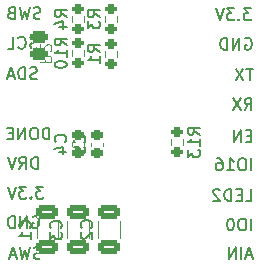
<source format=gbo>
G04 #@! TF.GenerationSoftware,KiCad,Pcbnew,7.0.7*
G04 #@! TF.CreationDate,2024-04-02T17:00:38-04:00*
G04 #@! TF.ProjectId,sensor_node,73656e73-6f72-45f6-9e6f-64652e6b6963,rev?*
G04 #@! TF.SameCoordinates,Original*
G04 #@! TF.FileFunction,Legend,Bot*
G04 #@! TF.FilePolarity,Positive*
%FSLAX46Y46*%
G04 Gerber Fmt 4.6, Leading zero omitted, Abs format (unit mm)*
G04 Created by KiCad (PCBNEW 7.0.7) date 2024-04-02 17:00:38*
%MOMM*%
%LPD*%
G01*
G04 APERTURE LIST*
G04 Aperture macros list*
%AMRoundRect*
0 Rectangle with rounded corners*
0 $1 Rounding radius*
0 $2 $3 $4 $5 $6 $7 $8 $9 X,Y pos of 4 corners*
0 Add a 4 corners polygon primitive as box body*
4,1,4,$2,$3,$4,$5,$6,$7,$8,$9,$2,$3,0*
0 Add four circle primitives for the rounded corners*
1,1,$1+$1,$2,$3*
1,1,$1+$1,$4,$5*
1,1,$1+$1,$6,$7*
1,1,$1+$1,$8,$9*
0 Add four rect primitives between the rounded corners*
20,1,$1+$1,$2,$3,$4,$5,0*
20,1,$1+$1,$4,$5,$6,$7,0*
20,1,$1+$1,$6,$7,$8,$9,0*
20,1,$1+$1,$8,$9,$2,$3,0*%
G04 Aperture macros list end*
%ADD10C,0.150000*%
%ADD11C,0.100000*%
%ADD12C,0.120000*%
%ADD13R,1.700000X1.700000*%
%ADD14O,1.700000X1.700000*%
%ADD15RoundRect,0.200000X-0.275000X0.200000X-0.275000X-0.200000X0.275000X-0.200000X0.275000X0.200000X0*%
%ADD16RoundRect,0.225000X-0.250000X0.225000X-0.250000X-0.225000X0.250000X-0.225000X0.250000X0.225000X0*%
%ADD17RoundRect,0.250000X-0.650000X0.325000X-0.650000X-0.325000X0.650000X-0.325000X0.650000X0.325000X0*%
%ADD18RoundRect,0.200000X0.275000X-0.200000X0.275000X0.200000X-0.275000X0.200000X-0.275000X-0.200000X0*%
%ADD19RoundRect,0.250000X0.500000X-0.250000X0.500000X0.250000X-0.500000X0.250000X-0.500000X-0.250000X0*%
G04 APERTURE END LIST*
D10*
X140939411Y-77817438D02*
X141034649Y-77769819D01*
X141034649Y-77769819D02*
X141177506Y-77769819D01*
X141177506Y-77769819D02*
X141320363Y-77817438D01*
X141320363Y-77817438D02*
X141415601Y-77912676D01*
X141415601Y-77912676D02*
X141463220Y-78007914D01*
X141463220Y-78007914D02*
X141510839Y-78198390D01*
X141510839Y-78198390D02*
X141510839Y-78341247D01*
X141510839Y-78341247D02*
X141463220Y-78531723D01*
X141463220Y-78531723D02*
X141415601Y-78626961D01*
X141415601Y-78626961D02*
X141320363Y-78722200D01*
X141320363Y-78722200D02*
X141177506Y-78769819D01*
X141177506Y-78769819D02*
X141082268Y-78769819D01*
X141082268Y-78769819D02*
X140939411Y-78722200D01*
X140939411Y-78722200D02*
X140891792Y-78674580D01*
X140891792Y-78674580D02*
X140891792Y-78341247D01*
X140891792Y-78341247D02*
X141082268Y-78341247D01*
X140463220Y-78769819D02*
X140463220Y-77769819D01*
X140463220Y-77769819D02*
X139891792Y-78769819D01*
X139891792Y-78769819D02*
X139891792Y-77769819D01*
X139415601Y-78769819D02*
X139415601Y-77769819D01*
X139415601Y-77769819D02*
X139177506Y-77769819D01*
X139177506Y-77769819D02*
X139034649Y-77817438D01*
X139034649Y-77817438D02*
X138939411Y-77912676D01*
X138939411Y-77912676D02*
X138891792Y-78007914D01*
X138891792Y-78007914D02*
X138844173Y-78198390D01*
X138844173Y-78198390D02*
X138844173Y-78341247D01*
X138844173Y-78341247D02*
X138891792Y-78531723D01*
X138891792Y-78531723D02*
X138939411Y-78626961D01*
X138939411Y-78626961D02*
X139034649Y-78722200D01*
X139034649Y-78722200D02*
X139177506Y-78769819D01*
X139177506Y-78769819D02*
X139415601Y-78769819D01*
X142363220Y-71269819D02*
X142363220Y-70269819D01*
X142363220Y-70269819D02*
X142125125Y-70269819D01*
X142125125Y-70269819D02*
X141982268Y-70317438D01*
X141982268Y-70317438D02*
X141887030Y-70412676D01*
X141887030Y-70412676D02*
X141839411Y-70507914D01*
X141839411Y-70507914D02*
X141791792Y-70698390D01*
X141791792Y-70698390D02*
X141791792Y-70841247D01*
X141791792Y-70841247D02*
X141839411Y-71031723D01*
X141839411Y-71031723D02*
X141887030Y-71126961D01*
X141887030Y-71126961D02*
X141982268Y-71222200D01*
X141982268Y-71222200D02*
X142125125Y-71269819D01*
X142125125Y-71269819D02*
X142363220Y-71269819D01*
X141172744Y-70269819D02*
X140982268Y-70269819D01*
X140982268Y-70269819D02*
X140887030Y-70317438D01*
X140887030Y-70317438D02*
X140791792Y-70412676D01*
X140791792Y-70412676D02*
X140744173Y-70603152D01*
X140744173Y-70603152D02*
X140744173Y-70936485D01*
X140744173Y-70936485D02*
X140791792Y-71126961D01*
X140791792Y-71126961D02*
X140887030Y-71222200D01*
X140887030Y-71222200D02*
X140982268Y-71269819D01*
X140982268Y-71269819D02*
X141172744Y-71269819D01*
X141172744Y-71269819D02*
X141267982Y-71222200D01*
X141267982Y-71222200D02*
X141363220Y-71126961D01*
X141363220Y-71126961D02*
X141410839Y-70936485D01*
X141410839Y-70936485D02*
X141410839Y-70603152D01*
X141410839Y-70603152D02*
X141363220Y-70412676D01*
X141363220Y-70412676D02*
X141267982Y-70317438D01*
X141267982Y-70317438D02*
X141172744Y-70269819D01*
X140315601Y-71269819D02*
X140315601Y-70269819D01*
X140315601Y-70269819D02*
X139744173Y-71269819D01*
X139744173Y-71269819D02*
X139744173Y-70269819D01*
X139267982Y-70746009D02*
X138934649Y-70746009D01*
X138791792Y-71269819D02*
X139267982Y-71269819D01*
X139267982Y-71269819D02*
X139267982Y-70269819D01*
X139267982Y-70269819D02*
X138791792Y-70269819D01*
X158939411Y-62717438D02*
X159034649Y-62669819D01*
X159034649Y-62669819D02*
X159177506Y-62669819D01*
X159177506Y-62669819D02*
X159320363Y-62717438D01*
X159320363Y-62717438D02*
X159415601Y-62812676D01*
X159415601Y-62812676D02*
X159463220Y-62907914D01*
X159463220Y-62907914D02*
X159510839Y-63098390D01*
X159510839Y-63098390D02*
X159510839Y-63241247D01*
X159510839Y-63241247D02*
X159463220Y-63431723D01*
X159463220Y-63431723D02*
X159415601Y-63526961D01*
X159415601Y-63526961D02*
X159320363Y-63622200D01*
X159320363Y-63622200D02*
X159177506Y-63669819D01*
X159177506Y-63669819D02*
X159082268Y-63669819D01*
X159082268Y-63669819D02*
X158939411Y-63622200D01*
X158939411Y-63622200D02*
X158891792Y-63574580D01*
X158891792Y-63574580D02*
X158891792Y-63241247D01*
X158891792Y-63241247D02*
X159082268Y-63241247D01*
X158463220Y-63669819D02*
X158463220Y-62669819D01*
X158463220Y-62669819D02*
X157891792Y-63669819D01*
X157891792Y-63669819D02*
X157891792Y-62669819D01*
X157415601Y-63669819D02*
X157415601Y-62669819D01*
X157415601Y-62669819D02*
X157177506Y-62669819D01*
X157177506Y-62669819D02*
X157034649Y-62717438D01*
X157034649Y-62717438D02*
X156939411Y-62812676D01*
X156939411Y-62812676D02*
X156891792Y-62907914D01*
X156891792Y-62907914D02*
X156844173Y-63098390D01*
X156844173Y-63098390D02*
X156844173Y-63241247D01*
X156844173Y-63241247D02*
X156891792Y-63431723D01*
X156891792Y-63431723D02*
X156939411Y-63526961D01*
X156939411Y-63526961D02*
X157034649Y-63622200D01*
X157034649Y-63622200D02*
X157177506Y-63669819D01*
X157177506Y-63669819D02*
X157415601Y-63669819D01*
X158987030Y-76469819D02*
X159463220Y-76469819D01*
X159463220Y-76469819D02*
X159463220Y-75469819D01*
X158653696Y-75946009D02*
X158320363Y-75946009D01*
X158177506Y-76469819D02*
X158653696Y-76469819D01*
X158653696Y-76469819D02*
X158653696Y-75469819D01*
X158653696Y-75469819D02*
X158177506Y-75469819D01*
X157748934Y-76469819D02*
X157748934Y-75469819D01*
X157748934Y-75469819D02*
X157510839Y-75469819D01*
X157510839Y-75469819D02*
X157367982Y-75517438D01*
X157367982Y-75517438D02*
X157272744Y-75612676D01*
X157272744Y-75612676D02*
X157225125Y-75707914D01*
X157225125Y-75707914D02*
X157177506Y-75898390D01*
X157177506Y-75898390D02*
X157177506Y-76041247D01*
X157177506Y-76041247D02*
X157225125Y-76231723D01*
X157225125Y-76231723D02*
X157272744Y-76326961D01*
X157272744Y-76326961D02*
X157367982Y-76422200D01*
X157367982Y-76422200D02*
X157510839Y-76469819D01*
X157510839Y-76469819D02*
X157748934Y-76469819D01*
X156796553Y-75565057D02*
X156748934Y-75517438D01*
X156748934Y-75517438D02*
X156653696Y-75469819D01*
X156653696Y-75469819D02*
X156415601Y-75469819D01*
X156415601Y-75469819D02*
X156320363Y-75517438D01*
X156320363Y-75517438D02*
X156272744Y-75565057D01*
X156272744Y-75565057D02*
X156225125Y-75660295D01*
X156225125Y-75660295D02*
X156225125Y-75755533D01*
X156225125Y-75755533D02*
X156272744Y-75898390D01*
X156272744Y-75898390D02*
X156844172Y-76469819D01*
X156844172Y-76469819D02*
X156225125Y-76469819D01*
X159463220Y-70946009D02*
X159129887Y-70946009D01*
X158987030Y-71469819D02*
X159463220Y-71469819D01*
X159463220Y-71469819D02*
X159463220Y-70469819D01*
X159463220Y-70469819D02*
X158987030Y-70469819D01*
X158558458Y-71469819D02*
X158558458Y-70469819D01*
X158558458Y-70469819D02*
X157987030Y-71469819D01*
X157987030Y-71469819D02*
X157987030Y-70469819D01*
X159463220Y-73869819D02*
X159463220Y-72869819D01*
X158796554Y-72869819D02*
X158606078Y-72869819D01*
X158606078Y-72869819D02*
X158510840Y-72917438D01*
X158510840Y-72917438D02*
X158415602Y-73012676D01*
X158415602Y-73012676D02*
X158367983Y-73203152D01*
X158367983Y-73203152D02*
X158367983Y-73536485D01*
X158367983Y-73536485D02*
X158415602Y-73726961D01*
X158415602Y-73726961D02*
X158510840Y-73822200D01*
X158510840Y-73822200D02*
X158606078Y-73869819D01*
X158606078Y-73869819D02*
X158796554Y-73869819D01*
X158796554Y-73869819D02*
X158891792Y-73822200D01*
X158891792Y-73822200D02*
X158987030Y-73726961D01*
X158987030Y-73726961D02*
X159034649Y-73536485D01*
X159034649Y-73536485D02*
X159034649Y-73203152D01*
X159034649Y-73203152D02*
X158987030Y-73012676D01*
X158987030Y-73012676D02*
X158891792Y-72917438D01*
X158891792Y-72917438D02*
X158796554Y-72869819D01*
X157415602Y-73869819D02*
X157987030Y-73869819D01*
X157701316Y-73869819D02*
X157701316Y-72869819D01*
X157701316Y-72869819D02*
X157796554Y-73012676D01*
X157796554Y-73012676D02*
X157891792Y-73107914D01*
X157891792Y-73107914D02*
X157987030Y-73155533D01*
X156558459Y-72869819D02*
X156748935Y-72869819D01*
X156748935Y-72869819D02*
X156844173Y-72917438D01*
X156844173Y-72917438D02*
X156891792Y-72965057D01*
X156891792Y-72965057D02*
X156987030Y-73107914D01*
X156987030Y-73107914D02*
X157034649Y-73298390D01*
X157034649Y-73298390D02*
X157034649Y-73679342D01*
X157034649Y-73679342D02*
X156987030Y-73774580D01*
X156987030Y-73774580D02*
X156939411Y-73822200D01*
X156939411Y-73822200D02*
X156844173Y-73869819D01*
X156844173Y-73869819D02*
X156653697Y-73869819D01*
X156653697Y-73869819D02*
X156558459Y-73822200D01*
X156558459Y-73822200D02*
X156510840Y-73774580D01*
X156510840Y-73774580D02*
X156463221Y-73679342D01*
X156463221Y-73679342D02*
X156463221Y-73441247D01*
X156463221Y-73441247D02*
X156510840Y-73346009D01*
X156510840Y-73346009D02*
X156558459Y-73298390D01*
X156558459Y-73298390D02*
X156653697Y-73250771D01*
X156653697Y-73250771D02*
X156844173Y-73250771D01*
X156844173Y-73250771D02*
X156939411Y-73298390D01*
X156939411Y-73298390D02*
X156987030Y-73346009D01*
X156987030Y-73346009D02*
X157034649Y-73441247D01*
X159463220Y-78969819D02*
X159463220Y-77969819D01*
X158796554Y-77969819D02*
X158606078Y-77969819D01*
X158606078Y-77969819D02*
X158510840Y-78017438D01*
X158510840Y-78017438D02*
X158415602Y-78112676D01*
X158415602Y-78112676D02*
X158367983Y-78303152D01*
X158367983Y-78303152D02*
X158367983Y-78636485D01*
X158367983Y-78636485D02*
X158415602Y-78826961D01*
X158415602Y-78826961D02*
X158510840Y-78922200D01*
X158510840Y-78922200D02*
X158606078Y-78969819D01*
X158606078Y-78969819D02*
X158796554Y-78969819D01*
X158796554Y-78969819D02*
X158891792Y-78922200D01*
X158891792Y-78922200D02*
X158987030Y-78826961D01*
X158987030Y-78826961D02*
X159034649Y-78636485D01*
X159034649Y-78636485D02*
X159034649Y-78303152D01*
X159034649Y-78303152D02*
X158987030Y-78112676D01*
X158987030Y-78112676D02*
X158891792Y-78017438D01*
X158891792Y-78017438D02*
X158796554Y-77969819D01*
X157748935Y-77969819D02*
X157653697Y-77969819D01*
X157653697Y-77969819D02*
X157558459Y-78017438D01*
X157558459Y-78017438D02*
X157510840Y-78065057D01*
X157510840Y-78065057D02*
X157463221Y-78160295D01*
X157463221Y-78160295D02*
X157415602Y-78350771D01*
X157415602Y-78350771D02*
X157415602Y-78588866D01*
X157415602Y-78588866D02*
X157463221Y-78779342D01*
X157463221Y-78779342D02*
X157510840Y-78874580D01*
X157510840Y-78874580D02*
X157558459Y-78922200D01*
X157558459Y-78922200D02*
X157653697Y-78969819D01*
X157653697Y-78969819D02*
X157748935Y-78969819D01*
X157748935Y-78969819D02*
X157844173Y-78922200D01*
X157844173Y-78922200D02*
X157891792Y-78874580D01*
X157891792Y-78874580D02*
X157939411Y-78779342D01*
X157939411Y-78779342D02*
X157987030Y-78588866D01*
X157987030Y-78588866D02*
X157987030Y-78350771D01*
X157987030Y-78350771D02*
X157939411Y-78160295D01*
X157939411Y-78160295D02*
X157891792Y-78065057D01*
X157891792Y-78065057D02*
X157844173Y-78017438D01*
X157844173Y-78017438D02*
X157748935Y-77969819D01*
X141858458Y-75269819D02*
X141239411Y-75269819D01*
X141239411Y-75269819D02*
X141572744Y-75650771D01*
X141572744Y-75650771D02*
X141429887Y-75650771D01*
X141429887Y-75650771D02*
X141334649Y-75698390D01*
X141334649Y-75698390D02*
X141287030Y-75746009D01*
X141287030Y-75746009D02*
X141239411Y-75841247D01*
X141239411Y-75841247D02*
X141239411Y-76079342D01*
X141239411Y-76079342D02*
X141287030Y-76174580D01*
X141287030Y-76174580D02*
X141334649Y-76222200D01*
X141334649Y-76222200D02*
X141429887Y-76269819D01*
X141429887Y-76269819D02*
X141715601Y-76269819D01*
X141715601Y-76269819D02*
X141810839Y-76222200D01*
X141810839Y-76222200D02*
X141858458Y-76174580D01*
X140810839Y-76174580D02*
X140763220Y-76222200D01*
X140763220Y-76222200D02*
X140810839Y-76269819D01*
X140810839Y-76269819D02*
X140858458Y-76222200D01*
X140858458Y-76222200D02*
X140810839Y-76174580D01*
X140810839Y-76174580D02*
X140810839Y-76269819D01*
X140429887Y-75269819D02*
X139810840Y-75269819D01*
X139810840Y-75269819D02*
X140144173Y-75650771D01*
X140144173Y-75650771D02*
X140001316Y-75650771D01*
X140001316Y-75650771D02*
X139906078Y-75698390D01*
X139906078Y-75698390D02*
X139858459Y-75746009D01*
X139858459Y-75746009D02*
X139810840Y-75841247D01*
X139810840Y-75841247D02*
X139810840Y-76079342D01*
X139810840Y-76079342D02*
X139858459Y-76174580D01*
X139858459Y-76174580D02*
X139906078Y-76222200D01*
X139906078Y-76222200D02*
X140001316Y-76269819D01*
X140001316Y-76269819D02*
X140287030Y-76269819D01*
X140287030Y-76269819D02*
X140382268Y-76222200D01*
X140382268Y-76222200D02*
X140429887Y-76174580D01*
X139525125Y-75269819D02*
X139191792Y-76269819D01*
X139191792Y-76269819D02*
X138858459Y-75269819D01*
X141310839Y-66122200D02*
X141167982Y-66169819D01*
X141167982Y-66169819D02*
X140929887Y-66169819D01*
X140929887Y-66169819D02*
X140834649Y-66122200D01*
X140834649Y-66122200D02*
X140787030Y-66074580D01*
X140787030Y-66074580D02*
X140739411Y-65979342D01*
X140739411Y-65979342D02*
X140739411Y-65884104D01*
X140739411Y-65884104D02*
X140787030Y-65788866D01*
X140787030Y-65788866D02*
X140834649Y-65741247D01*
X140834649Y-65741247D02*
X140929887Y-65693628D01*
X140929887Y-65693628D02*
X141120363Y-65646009D01*
X141120363Y-65646009D02*
X141215601Y-65598390D01*
X141215601Y-65598390D02*
X141263220Y-65550771D01*
X141263220Y-65550771D02*
X141310839Y-65455533D01*
X141310839Y-65455533D02*
X141310839Y-65360295D01*
X141310839Y-65360295D02*
X141263220Y-65265057D01*
X141263220Y-65265057D02*
X141215601Y-65217438D01*
X141215601Y-65217438D02*
X141120363Y-65169819D01*
X141120363Y-65169819D02*
X140882268Y-65169819D01*
X140882268Y-65169819D02*
X140739411Y-65217438D01*
X140310839Y-66169819D02*
X140310839Y-65169819D01*
X140310839Y-65169819D02*
X140072744Y-65169819D01*
X140072744Y-65169819D02*
X139929887Y-65217438D01*
X139929887Y-65217438D02*
X139834649Y-65312676D01*
X139834649Y-65312676D02*
X139787030Y-65407914D01*
X139787030Y-65407914D02*
X139739411Y-65598390D01*
X139739411Y-65598390D02*
X139739411Y-65741247D01*
X139739411Y-65741247D02*
X139787030Y-65931723D01*
X139787030Y-65931723D02*
X139834649Y-66026961D01*
X139834649Y-66026961D02*
X139929887Y-66122200D01*
X139929887Y-66122200D02*
X140072744Y-66169819D01*
X140072744Y-66169819D02*
X140310839Y-66169819D01*
X139358458Y-65884104D02*
X138882268Y-65884104D01*
X139453696Y-66169819D02*
X139120363Y-65169819D01*
X139120363Y-65169819D02*
X138787030Y-66169819D01*
X141310839Y-63522200D02*
X141167982Y-63569819D01*
X141167982Y-63569819D02*
X140929887Y-63569819D01*
X140929887Y-63569819D02*
X140834649Y-63522200D01*
X140834649Y-63522200D02*
X140787030Y-63474580D01*
X140787030Y-63474580D02*
X140739411Y-63379342D01*
X140739411Y-63379342D02*
X140739411Y-63284104D01*
X140739411Y-63284104D02*
X140787030Y-63188866D01*
X140787030Y-63188866D02*
X140834649Y-63141247D01*
X140834649Y-63141247D02*
X140929887Y-63093628D01*
X140929887Y-63093628D02*
X141120363Y-63046009D01*
X141120363Y-63046009D02*
X141215601Y-62998390D01*
X141215601Y-62998390D02*
X141263220Y-62950771D01*
X141263220Y-62950771D02*
X141310839Y-62855533D01*
X141310839Y-62855533D02*
X141310839Y-62760295D01*
X141310839Y-62760295D02*
X141263220Y-62665057D01*
X141263220Y-62665057D02*
X141215601Y-62617438D01*
X141215601Y-62617438D02*
X141120363Y-62569819D01*
X141120363Y-62569819D02*
X140882268Y-62569819D01*
X140882268Y-62569819D02*
X140739411Y-62617438D01*
X139739411Y-63474580D02*
X139787030Y-63522200D01*
X139787030Y-63522200D02*
X139929887Y-63569819D01*
X139929887Y-63569819D02*
X140025125Y-63569819D01*
X140025125Y-63569819D02*
X140167982Y-63522200D01*
X140167982Y-63522200D02*
X140263220Y-63426961D01*
X140263220Y-63426961D02*
X140310839Y-63331723D01*
X140310839Y-63331723D02*
X140358458Y-63141247D01*
X140358458Y-63141247D02*
X140358458Y-62998390D01*
X140358458Y-62998390D02*
X140310839Y-62807914D01*
X140310839Y-62807914D02*
X140263220Y-62712676D01*
X140263220Y-62712676D02*
X140167982Y-62617438D01*
X140167982Y-62617438D02*
X140025125Y-62569819D01*
X140025125Y-62569819D02*
X139929887Y-62569819D01*
X139929887Y-62569819D02*
X139787030Y-62617438D01*
X139787030Y-62617438D02*
X139739411Y-62665057D01*
X138834649Y-63569819D02*
X139310839Y-63569819D01*
X139310839Y-63569819D02*
X139310839Y-62569819D01*
X159510839Y-81084104D02*
X159034649Y-81084104D01*
X159606077Y-81369819D02*
X159272744Y-80369819D01*
X159272744Y-80369819D02*
X158939411Y-81369819D01*
X158606077Y-81369819D02*
X158606077Y-80369819D01*
X158129887Y-81369819D02*
X158129887Y-80369819D01*
X158129887Y-80369819D02*
X157558459Y-81369819D01*
X157558459Y-81369819D02*
X157558459Y-80369819D01*
X159606077Y-65269819D02*
X159034649Y-65269819D01*
X159320363Y-66269819D02*
X159320363Y-65269819D01*
X158796553Y-65269819D02*
X158129887Y-66269819D01*
X158129887Y-65269819D02*
X158796553Y-66269819D01*
X159458458Y-60169819D02*
X158839411Y-60169819D01*
X158839411Y-60169819D02*
X159172744Y-60550771D01*
X159172744Y-60550771D02*
X159029887Y-60550771D01*
X159029887Y-60550771D02*
X158934649Y-60598390D01*
X158934649Y-60598390D02*
X158887030Y-60646009D01*
X158887030Y-60646009D02*
X158839411Y-60741247D01*
X158839411Y-60741247D02*
X158839411Y-60979342D01*
X158839411Y-60979342D02*
X158887030Y-61074580D01*
X158887030Y-61074580D02*
X158934649Y-61122200D01*
X158934649Y-61122200D02*
X159029887Y-61169819D01*
X159029887Y-61169819D02*
X159315601Y-61169819D01*
X159315601Y-61169819D02*
X159410839Y-61122200D01*
X159410839Y-61122200D02*
X159458458Y-61074580D01*
X158410839Y-61074580D02*
X158363220Y-61122200D01*
X158363220Y-61122200D02*
X158410839Y-61169819D01*
X158410839Y-61169819D02*
X158458458Y-61122200D01*
X158458458Y-61122200D02*
X158410839Y-61074580D01*
X158410839Y-61074580D02*
X158410839Y-61169819D01*
X158029887Y-60169819D02*
X157410840Y-60169819D01*
X157410840Y-60169819D02*
X157744173Y-60550771D01*
X157744173Y-60550771D02*
X157601316Y-60550771D01*
X157601316Y-60550771D02*
X157506078Y-60598390D01*
X157506078Y-60598390D02*
X157458459Y-60646009D01*
X157458459Y-60646009D02*
X157410840Y-60741247D01*
X157410840Y-60741247D02*
X157410840Y-60979342D01*
X157410840Y-60979342D02*
X157458459Y-61074580D01*
X157458459Y-61074580D02*
X157506078Y-61122200D01*
X157506078Y-61122200D02*
X157601316Y-61169819D01*
X157601316Y-61169819D02*
X157887030Y-61169819D01*
X157887030Y-61169819D02*
X157982268Y-61122200D01*
X157982268Y-61122200D02*
X158029887Y-61074580D01*
X157125125Y-60169819D02*
X156791792Y-61169819D01*
X156791792Y-61169819D02*
X156458459Y-60169819D01*
X158891792Y-68769819D02*
X159225125Y-68293628D01*
X159463220Y-68769819D02*
X159463220Y-67769819D01*
X159463220Y-67769819D02*
X159082268Y-67769819D01*
X159082268Y-67769819D02*
X158987030Y-67817438D01*
X158987030Y-67817438D02*
X158939411Y-67865057D01*
X158939411Y-67865057D02*
X158891792Y-67960295D01*
X158891792Y-67960295D02*
X158891792Y-68103152D01*
X158891792Y-68103152D02*
X158939411Y-68198390D01*
X158939411Y-68198390D02*
X158987030Y-68246009D01*
X158987030Y-68246009D02*
X159082268Y-68293628D01*
X159082268Y-68293628D02*
X159463220Y-68293628D01*
X158558458Y-67769819D02*
X157891792Y-68769819D01*
X157891792Y-67769819D02*
X158558458Y-68769819D01*
X141610839Y-61022200D02*
X141467982Y-61069819D01*
X141467982Y-61069819D02*
X141229887Y-61069819D01*
X141229887Y-61069819D02*
X141134649Y-61022200D01*
X141134649Y-61022200D02*
X141087030Y-60974580D01*
X141087030Y-60974580D02*
X141039411Y-60879342D01*
X141039411Y-60879342D02*
X141039411Y-60784104D01*
X141039411Y-60784104D02*
X141087030Y-60688866D01*
X141087030Y-60688866D02*
X141134649Y-60641247D01*
X141134649Y-60641247D02*
X141229887Y-60593628D01*
X141229887Y-60593628D02*
X141420363Y-60546009D01*
X141420363Y-60546009D02*
X141515601Y-60498390D01*
X141515601Y-60498390D02*
X141563220Y-60450771D01*
X141563220Y-60450771D02*
X141610839Y-60355533D01*
X141610839Y-60355533D02*
X141610839Y-60260295D01*
X141610839Y-60260295D02*
X141563220Y-60165057D01*
X141563220Y-60165057D02*
X141515601Y-60117438D01*
X141515601Y-60117438D02*
X141420363Y-60069819D01*
X141420363Y-60069819D02*
X141182268Y-60069819D01*
X141182268Y-60069819D02*
X141039411Y-60117438D01*
X140706077Y-60069819D02*
X140467982Y-61069819D01*
X140467982Y-61069819D02*
X140277506Y-60355533D01*
X140277506Y-60355533D02*
X140087030Y-61069819D01*
X140087030Y-61069819D02*
X139848935Y-60069819D01*
X139134649Y-60546009D02*
X138991792Y-60593628D01*
X138991792Y-60593628D02*
X138944173Y-60641247D01*
X138944173Y-60641247D02*
X138896554Y-60736485D01*
X138896554Y-60736485D02*
X138896554Y-60879342D01*
X138896554Y-60879342D02*
X138944173Y-60974580D01*
X138944173Y-60974580D02*
X138991792Y-61022200D01*
X138991792Y-61022200D02*
X139087030Y-61069819D01*
X139087030Y-61069819D02*
X139467982Y-61069819D01*
X139467982Y-61069819D02*
X139467982Y-60069819D01*
X139467982Y-60069819D02*
X139134649Y-60069819D01*
X139134649Y-60069819D02*
X139039411Y-60117438D01*
X139039411Y-60117438D02*
X138991792Y-60165057D01*
X138991792Y-60165057D02*
X138944173Y-60260295D01*
X138944173Y-60260295D02*
X138944173Y-60355533D01*
X138944173Y-60355533D02*
X138991792Y-60450771D01*
X138991792Y-60450771D02*
X139039411Y-60498390D01*
X139039411Y-60498390D02*
X139134649Y-60546009D01*
X139134649Y-60546009D02*
X139467982Y-60546009D01*
X141610839Y-81322200D02*
X141467982Y-81369819D01*
X141467982Y-81369819D02*
X141229887Y-81369819D01*
X141229887Y-81369819D02*
X141134649Y-81322200D01*
X141134649Y-81322200D02*
X141087030Y-81274580D01*
X141087030Y-81274580D02*
X141039411Y-81179342D01*
X141039411Y-81179342D02*
X141039411Y-81084104D01*
X141039411Y-81084104D02*
X141087030Y-80988866D01*
X141087030Y-80988866D02*
X141134649Y-80941247D01*
X141134649Y-80941247D02*
X141229887Y-80893628D01*
X141229887Y-80893628D02*
X141420363Y-80846009D01*
X141420363Y-80846009D02*
X141515601Y-80798390D01*
X141515601Y-80798390D02*
X141563220Y-80750771D01*
X141563220Y-80750771D02*
X141610839Y-80655533D01*
X141610839Y-80655533D02*
X141610839Y-80560295D01*
X141610839Y-80560295D02*
X141563220Y-80465057D01*
X141563220Y-80465057D02*
X141515601Y-80417438D01*
X141515601Y-80417438D02*
X141420363Y-80369819D01*
X141420363Y-80369819D02*
X141182268Y-80369819D01*
X141182268Y-80369819D02*
X141039411Y-80417438D01*
X140706077Y-80369819D02*
X140467982Y-81369819D01*
X140467982Y-81369819D02*
X140277506Y-80655533D01*
X140277506Y-80655533D02*
X140087030Y-81369819D01*
X140087030Y-81369819D02*
X139848935Y-80369819D01*
X139515601Y-81084104D02*
X139039411Y-81084104D01*
X139610839Y-81369819D02*
X139277506Y-80369819D01*
X139277506Y-80369819D02*
X138944173Y-81369819D01*
X141363220Y-73769819D02*
X141363220Y-72769819D01*
X141363220Y-72769819D02*
X141125125Y-72769819D01*
X141125125Y-72769819D02*
X140982268Y-72817438D01*
X140982268Y-72817438D02*
X140887030Y-72912676D01*
X140887030Y-72912676D02*
X140839411Y-73007914D01*
X140839411Y-73007914D02*
X140791792Y-73198390D01*
X140791792Y-73198390D02*
X140791792Y-73341247D01*
X140791792Y-73341247D02*
X140839411Y-73531723D01*
X140839411Y-73531723D02*
X140887030Y-73626961D01*
X140887030Y-73626961D02*
X140982268Y-73722200D01*
X140982268Y-73722200D02*
X141125125Y-73769819D01*
X141125125Y-73769819D02*
X141363220Y-73769819D01*
X139791792Y-73769819D02*
X140125125Y-73293628D01*
X140363220Y-73769819D02*
X140363220Y-72769819D01*
X140363220Y-72769819D02*
X139982268Y-72769819D01*
X139982268Y-72769819D02*
X139887030Y-72817438D01*
X139887030Y-72817438D02*
X139839411Y-72865057D01*
X139839411Y-72865057D02*
X139791792Y-72960295D01*
X139791792Y-72960295D02*
X139791792Y-73103152D01*
X139791792Y-73103152D02*
X139839411Y-73198390D01*
X139839411Y-73198390D02*
X139887030Y-73246009D01*
X139887030Y-73246009D02*
X139982268Y-73293628D01*
X139982268Y-73293628D02*
X140363220Y-73293628D01*
X139506077Y-72769819D02*
X139172744Y-73769819D01*
X139172744Y-73769819D02*
X138839411Y-72769819D01*
X143824819Y-63307141D02*
X143348628Y-62973808D01*
X143824819Y-62735713D02*
X142824819Y-62735713D01*
X142824819Y-62735713D02*
X142824819Y-63116665D01*
X142824819Y-63116665D02*
X142872438Y-63211903D01*
X142872438Y-63211903D02*
X142920057Y-63259522D01*
X142920057Y-63259522D02*
X143015295Y-63307141D01*
X143015295Y-63307141D02*
X143158152Y-63307141D01*
X143158152Y-63307141D02*
X143253390Y-63259522D01*
X143253390Y-63259522D02*
X143301009Y-63211903D01*
X143301009Y-63211903D02*
X143348628Y-63116665D01*
X143348628Y-63116665D02*
X143348628Y-62735713D01*
X143824819Y-64259522D02*
X143824819Y-63688094D01*
X143824819Y-63973808D02*
X142824819Y-63973808D01*
X142824819Y-63973808D02*
X142967676Y-63878570D01*
X142967676Y-63878570D02*
X143062914Y-63783332D01*
X143062914Y-63783332D02*
X143110533Y-63688094D01*
X142824819Y-64878570D02*
X142824819Y-64973808D01*
X142824819Y-64973808D02*
X142872438Y-65069046D01*
X142872438Y-65069046D02*
X142920057Y-65116665D01*
X142920057Y-65116665D02*
X143015295Y-65164284D01*
X143015295Y-65164284D02*
X143205771Y-65211903D01*
X143205771Y-65211903D02*
X143443866Y-65211903D01*
X143443866Y-65211903D02*
X143634342Y-65164284D01*
X143634342Y-65164284D02*
X143729580Y-65116665D01*
X143729580Y-65116665D02*
X143777200Y-65069046D01*
X143777200Y-65069046D02*
X143824819Y-64973808D01*
X143824819Y-64973808D02*
X143824819Y-64878570D01*
X143824819Y-64878570D02*
X143777200Y-64783332D01*
X143777200Y-64783332D02*
X143729580Y-64735713D01*
X143729580Y-64735713D02*
X143634342Y-64688094D01*
X143634342Y-64688094D02*
X143443866Y-64640475D01*
X143443866Y-64640475D02*
X143205771Y-64640475D01*
X143205771Y-64640475D02*
X143015295Y-64688094D01*
X143015295Y-64688094D02*
X142920057Y-64735713D01*
X142920057Y-64735713D02*
X142872438Y-64783332D01*
X142872438Y-64783332D02*
X142824819Y-64878570D01*
X145329580Y-71508333D02*
X145377200Y-71460714D01*
X145377200Y-71460714D02*
X145424819Y-71317857D01*
X145424819Y-71317857D02*
X145424819Y-71222619D01*
X145424819Y-71222619D02*
X145377200Y-71079762D01*
X145377200Y-71079762D02*
X145281961Y-70984524D01*
X145281961Y-70984524D02*
X145186723Y-70936905D01*
X145186723Y-70936905D02*
X144996247Y-70889286D01*
X144996247Y-70889286D02*
X144853390Y-70889286D01*
X144853390Y-70889286D02*
X144662914Y-70936905D01*
X144662914Y-70936905D02*
X144567676Y-70984524D01*
X144567676Y-70984524D02*
X144472438Y-71079762D01*
X144472438Y-71079762D02*
X144424819Y-71222619D01*
X144424819Y-71222619D02*
X144424819Y-71317857D01*
X144424819Y-71317857D02*
X144472438Y-71460714D01*
X144472438Y-71460714D02*
X144520057Y-71508333D01*
X144424819Y-72413095D02*
X144424819Y-71936905D01*
X144424819Y-71936905D02*
X144901009Y-71889286D01*
X144901009Y-71889286D02*
X144853390Y-71936905D01*
X144853390Y-71936905D02*
X144805771Y-72032143D01*
X144805771Y-72032143D02*
X144805771Y-72270238D01*
X144805771Y-72270238D02*
X144853390Y-72365476D01*
X144853390Y-72365476D02*
X144901009Y-72413095D01*
X144901009Y-72413095D02*
X144996247Y-72460714D01*
X144996247Y-72460714D02*
X145234342Y-72460714D01*
X145234342Y-72460714D02*
X145329580Y-72413095D01*
X145329580Y-72413095D02*
X145377200Y-72365476D01*
X145377200Y-72365476D02*
X145424819Y-72270238D01*
X145424819Y-72270238D02*
X145424819Y-72032143D01*
X145424819Y-72032143D02*
X145377200Y-71936905D01*
X145377200Y-71936905D02*
X145329580Y-71889286D01*
X143719581Y-71483333D02*
X143767201Y-71435714D01*
X143767201Y-71435714D02*
X143814820Y-71292857D01*
X143814820Y-71292857D02*
X143814820Y-71197619D01*
X143814820Y-71197619D02*
X143767201Y-71054762D01*
X143767201Y-71054762D02*
X143671962Y-70959524D01*
X143671962Y-70959524D02*
X143576724Y-70911905D01*
X143576724Y-70911905D02*
X143386248Y-70864286D01*
X143386248Y-70864286D02*
X143243391Y-70864286D01*
X143243391Y-70864286D02*
X143052915Y-70911905D01*
X143052915Y-70911905D02*
X142957677Y-70959524D01*
X142957677Y-70959524D02*
X142862439Y-71054762D01*
X142862439Y-71054762D02*
X142814820Y-71197619D01*
X142814820Y-71197619D02*
X142814820Y-71292857D01*
X142814820Y-71292857D02*
X142862439Y-71435714D01*
X142862439Y-71435714D02*
X142910058Y-71483333D01*
X143148153Y-72340476D02*
X143814820Y-72340476D01*
X142767201Y-72102381D02*
X143481486Y-71864286D01*
X143481486Y-71864286D02*
X143481486Y-72483333D01*
X143309580Y-78758333D02*
X143357200Y-78710714D01*
X143357200Y-78710714D02*
X143404819Y-78567857D01*
X143404819Y-78567857D02*
X143404819Y-78472619D01*
X143404819Y-78472619D02*
X143357200Y-78329762D01*
X143357200Y-78329762D02*
X143261961Y-78234524D01*
X143261961Y-78234524D02*
X143166723Y-78186905D01*
X143166723Y-78186905D02*
X142976247Y-78139286D01*
X142976247Y-78139286D02*
X142833390Y-78139286D01*
X142833390Y-78139286D02*
X142642914Y-78186905D01*
X142642914Y-78186905D02*
X142547676Y-78234524D01*
X142547676Y-78234524D02*
X142452438Y-78329762D01*
X142452438Y-78329762D02*
X142404819Y-78472619D01*
X142404819Y-78472619D02*
X142404819Y-78567857D01*
X142404819Y-78567857D02*
X142452438Y-78710714D01*
X142452438Y-78710714D02*
X142500057Y-78758333D01*
X142404819Y-79091667D02*
X142404819Y-79710714D01*
X142404819Y-79710714D02*
X142785771Y-79377381D01*
X142785771Y-79377381D02*
X142785771Y-79520238D01*
X142785771Y-79520238D02*
X142833390Y-79615476D01*
X142833390Y-79615476D02*
X142881009Y-79663095D01*
X142881009Y-79663095D02*
X142976247Y-79710714D01*
X142976247Y-79710714D02*
X143214342Y-79710714D01*
X143214342Y-79710714D02*
X143309580Y-79663095D01*
X143309580Y-79663095D02*
X143357200Y-79615476D01*
X143357200Y-79615476D02*
X143404819Y-79520238D01*
X143404819Y-79520238D02*
X143404819Y-79234524D01*
X143404819Y-79234524D02*
X143357200Y-79139286D01*
X143357200Y-79139286D02*
X143309580Y-79091667D01*
X145909580Y-78733333D02*
X145957200Y-78685714D01*
X145957200Y-78685714D02*
X146004819Y-78542857D01*
X146004819Y-78542857D02*
X146004819Y-78447619D01*
X146004819Y-78447619D02*
X145957200Y-78304762D01*
X145957200Y-78304762D02*
X145861961Y-78209524D01*
X145861961Y-78209524D02*
X145766723Y-78161905D01*
X145766723Y-78161905D02*
X145576247Y-78114286D01*
X145576247Y-78114286D02*
X145433390Y-78114286D01*
X145433390Y-78114286D02*
X145242914Y-78161905D01*
X145242914Y-78161905D02*
X145147676Y-78209524D01*
X145147676Y-78209524D02*
X145052438Y-78304762D01*
X145052438Y-78304762D02*
X145004819Y-78447619D01*
X145004819Y-78447619D02*
X145004819Y-78542857D01*
X145004819Y-78542857D02*
X145052438Y-78685714D01*
X145052438Y-78685714D02*
X145100057Y-78733333D01*
X145100057Y-79114286D02*
X145052438Y-79161905D01*
X145052438Y-79161905D02*
X145004819Y-79257143D01*
X145004819Y-79257143D02*
X145004819Y-79495238D01*
X145004819Y-79495238D02*
X145052438Y-79590476D01*
X145052438Y-79590476D02*
X145100057Y-79638095D01*
X145100057Y-79638095D02*
X145195295Y-79685714D01*
X145195295Y-79685714D02*
X145290533Y-79685714D01*
X145290533Y-79685714D02*
X145433390Y-79638095D01*
X145433390Y-79638095D02*
X146004819Y-79066667D01*
X146004819Y-79066667D02*
X146004819Y-79685714D01*
X143824819Y-60883330D02*
X143348628Y-60549997D01*
X143824819Y-60311902D02*
X142824819Y-60311902D01*
X142824819Y-60311902D02*
X142824819Y-60692854D01*
X142824819Y-60692854D02*
X142872438Y-60788092D01*
X142872438Y-60788092D02*
X142920057Y-60835711D01*
X142920057Y-60835711D02*
X143015295Y-60883330D01*
X143015295Y-60883330D02*
X143158152Y-60883330D01*
X143158152Y-60883330D02*
X143253390Y-60835711D01*
X143253390Y-60835711D02*
X143301009Y-60788092D01*
X143301009Y-60788092D02*
X143348628Y-60692854D01*
X143348628Y-60692854D02*
X143348628Y-60311902D01*
X143158152Y-61740473D02*
X143824819Y-61740473D01*
X142777200Y-61502378D02*
X143491485Y-61264283D01*
X143491485Y-61264283D02*
X143491485Y-61883330D01*
X155084819Y-70857142D02*
X154608628Y-70523809D01*
X155084819Y-70285714D02*
X154084819Y-70285714D01*
X154084819Y-70285714D02*
X154084819Y-70666666D01*
X154084819Y-70666666D02*
X154132438Y-70761904D01*
X154132438Y-70761904D02*
X154180057Y-70809523D01*
X154180057Y-70809523D02*
X154275295Y-70857142D01*
X154275295Y-70857142D02*
X154418152Y-70857142D01*
X154418152Y-70857142D02*
X154513390Y-70809523D01*
X154513390Y-70809523D02*
X154561009Y-70761904D01*
X154561009Y-70761904D02*
X154608628Y-70666666D01*
X154608628Y-70666666D02*
X154608628Y-70285714D01*
X155084819Y-71809523D02*
X155084819Y-71238095D01*
X155084819Y-71523809D02*
X154084819Y-71523809D01*
X154084819Y-71523809D02*
X154227676Y-71428571D01*
X154227676Y-71428571D02*
X154322914Y-71333333D01*
X154322914Y-71333333D02*
X154370533Y-71238095D01*
X154084819Y-72142857D02*
X154084819Y-72761904D01*
X154084819Y-72761904D02*
X154465771Y-72428571D01*
X154465771Y-72428571D02*
X154465771Y-72571428D01*
X154465771Y-72571428D02*
X154513390Y-72666666D01*
X154513390Y-72666666D02*
X154561009Y-72714285D01*
X154561009Y-72714285D02*
X154656247Y-72761904D01*
X154656247Y-72761904D02*
X154894342Y-72761904D01*
X154894342Y-72761904D02*
X154989580Y-72714285D01*
X154989580Y-72714285D02*
X155037200Y-72666666D01*
X155037200Y-72666666D02*
X155084819Y-72571428D01*
X155084819Y-72571428D02*
X155084819Y-72285714D01*
X155084819Y-72285714D02*
X155037200Y-72190476D01*
X155037200Y-72190476D02*
X154989580Y-72142857D01*
D11*
X141542580Y-64166666D02*
X142018771Y-64499999D01*
X141542580Y-64738094D02*
X142542580Y-64738094D01*
X142542580Y-64738094D02*
X142542580Y-64357142D01*
X142542580Y-64357142D02*
X142494961Y-64261904D01*
X142494961Y-64261904D02*
X142447342Y-64214285D01*
X142447342Y-64214285D02*
X142352104Y-64166666D01*
X142352104Y-64166666D02*
X142209247Y-64166666D01*
X142209247Y-64166666D02*
X142114009Y-64214285D01*
X142114009Y-64214285D02*
X142066390Y-64261904D01*
X142066390Y-64261904D02*
X142018771Y-64357142D01*
X142018771Y-64357142D02*
X142018771Y-64738094D01*
X142447342Y-63785713D02*
X142494961Y-63738094D01*
X142494961Y-63738094D02*
X142542580Y-63642856D01*
X142542580Y-63642856D02*
X142542580Y-63404761D01*
X142542580Y-63404761D02*
X142494961Y-63309523D01*
X142494961Y-63309523D02*
X142447342Y-63261904D01*
X142447342Y-63261904D02*
X142352104Y-63214285D01*
X142352104Y-63214285D02*
X142256866Y-63214285D01*
X142256866Y-63214285D02*
X142114009Y-63261904D01*
X142114009Y-63261904D02*
X141542580Y-63833332D01*
X141542580Y-63833332D02*
X141542580Y-63214285D01*
D10*
X146624819Y-60908333D02*
X146148628Y-60575000D01*
X146624819Y-60336905D02*
X145624819Y-60336905D01*
X145624819Y-60336905D02*
X145624819Y-60717857D01*
X145624819Y-60717857D02*
X145672438Y-60813095D01*
X145672438Y-60813095D02*
X145720057Y-60860714D01*
X145720057Y-60860714D02*
X145815295Y-60908333D01*
X145815295Y-60908333D02*
X145958152Y-60908333D01*
X145958152Y-60908333D02*
X146053390Y-60860714D01*
X146053390Y-60860714D02*
X146101009Y-60813095D01*
X146101009Y-60813095D02*
X146148628Y-60717857D01*
X146148628Y-60717857D02*
X146148628Y-60336905D01*
X145624819Y-61241667D02*
X145624819Y-61860714D01*
X145624819Y-61860714D02*
X146005771Y-61527381D01*
X146005771Y-61527381D02*
X146005771Y-61670238D01*
X146005771Y-61670238D02*
X146053390Y-61765476D01*
X146053390Y-61765476D02*
X146101009Y-61813095D01*
X146101009Y-61813095D02*
X146196247Y-61860714D01*
X146196247Y-61860714D02*
X146434342Y-61860714D01*
X146434342Y-61860714D02*
X146529580Y-61813095D01*
X146529580Y-61813095D02*
X146577200Y-61765476D01*
X146577200Y-61765476D02*
X146624819Y-61670238D01*
X146624819Y-61670238D02*
X146624819Y-61384524D01*
X146624819Y-61384524D02*
X146577200Y-61289286D01*
X146577200Y-61289286D02*
X146529580Y-61241667D01*
X140709580Y-78758333D02*
X140757200Y-78710714D01*
X140757200Y-78710714D02*
X140804819Y-78567857D01*
X140804819Y-78567857D02*
X140804819Y-78472619D01*
X140804819Y-78472619D02*
X140757200Y-78329762D01*
X140757200Y-78329762D02*
X140661961Y-78234524D01*
X140661961Y-78234524D02*
X140566723Y-78186905D01*
X140566723Y-78186905D02*
X140376247Y-78139286D01*
X140376247Y-78139286D02*
X140233390Y-78139286D01*
X140233390Y-78139286D02*
X140042914Y-78186905D01*
X140042914Y-78186905D02*
X139947676Y-78234524D01*
X139947676Y-78234524D02*
X139852438Y-78329762D01*
X139852438Y-78329762D02*
X139804819Y-78472619D01*
X139804819Y-78472619D02*
X139804819Y-78567857D01*
X139804819Y-78567857D02*
X139852438Y-78710714D01*
X139852438Y-78710714D02*
X139900057Y-78758333D01*
X140804819Y-79710714D02*
X140804819Y-79139286D01*
X140804819Y-79425000D02*
X139804819Y-79425000D01*
X139804819Y-79425000D02*
X139947676Y-79329762D01*
X139947676Y-79329762D02*
X140042914Y-79234524D01*
X140042914Y-79234524D02*
X140090533Y-79139286D01*
X146624818Y-63858333D02*
X146148627Y-63525000D01*
X146624818Y-63286905D02*
X145624818Y-63286905D01*
X145624818Y-63286905D02*
X145624818Y-63667857D01*
X145624818Y-63667857D02*
X145672437Y-63763095D01*
X145672437Y-63763095D02*
X145720056Y-63810714D01*
X145720056Y-63810714D02*
X145815294Y-63858333D01*
X145815294Y-63858333D02*
X145958151Y-63858333D01*
X145958151Y-63858333D02*
X146053389Y-63810714D01*
X146053389Y-63810714D02*
X146101008Y-63763095D01*
X146101008Y-63763095D02*
X146148627Y-63667857D01*
X146148627Y-63667857D02*
X146148627Y-63286905D01*
X146624818Y-64810714D02*
X146624818Y-64239286D01*
X146624818Y-64525000D02*
X145624818Y-64525000D01*
X145624818Y-64525000D02*
X145767675Y-64429762D01*
X145767675Y-64429762D02*
X145862913Y-64334524D01*
X145862913Y-64334524D02*
X145910532Y-64239286D01*
D12*
X145322500Y-63712741D02*
X145322500Y-64187257D01*
X144277500Y-63712741D02*
X144277500Y-64187257D01*
X146910000Y-71534420D02*
X146910000Y-71815580D01*
X145890000Y-71534420D02*
X145890000Y-71815580D01*
X145300001Y-71509420D02*
X145300001Y-71790580D01*
X144280001Y-71509420D02*
X144280001Y-71790580D01*
X145710000Y-78213748D02*
X145710000Y-79636252D01*
X143890000Y-78213748D02*
X143890000Y-79636252D01*
X148310000Y-78188748D02*
X148310000Y-79611252D01*
X146490000Y-78188748D02*
X146490000Y-79611252D01*
X145322500Y-60812739D02*
X145322500Y-61287255D01*
X144277500Y-60812739D02*
X144277500Y-61287255D01*
X152677500Y-71737258D02*
X152677500Y-71262742D01*
X153722500Y-71737258D02*
X153722500Y-71262742D01*
X148122500Y-60837742D02*
X148122500Y-61312258D01*
X147077500Y-60837742D02*
X147077500Y-61312258D01*
X143110000Y-78213748D02*
X143110000Y-79636252D01*
X141290000Y-78213748D02*
X141290000Y-79636252D01*
X148122499Y-63787742D02*
X148122499Y-64262258D01*
X147077499Y-63787742D02*
X147077499Y-64262258D01*
%LPC*%
D13*
X137700000Y-80840000D03*
D14*
X137700000Y-78300000D03*
X137700000Y-75760000D03*
X137700000Y-73220000D03*
X137700000Y-70680000D03*
X137700000Y-68140000D03*
X137700000Y-65600000D03*
X137700000Y-63060000D03*
X137700000Y-60520000D03*
D13*
X160700000Y-60500000D03*
D14*
X160700000Y-63040000D03*
X160700000Y-65580000D03*
X160700000Y-68120000D03*
X160700000Y-70660000D03*
X160700000Y-73200000D03*
X160700000Y-75740000D03*
X160700000Y-78280000D03*
X160700000Y-80820000D03*
D15*
X144800000Y-63124999D03*
X144800000Y-64774999D03*
D16*
X146400000Y-70900000D03*
X146400000Y-72450000D03*
X144790001Y-70875000D03*
X144790001Y-72425000D03*
D17*
X144800000Y-77450000D03*
X144800000Y-80400000D03*
X147400000Y-77425000D03*
X147400000Y-80375000D03*
D15*
X144800000Y-60224997D03*
X144800000Y-61874997D03*
D18*
X153200000Y-72325000D03*
X153200000Y-70675000D03*
D19*
X141500000Y-64000000D03*
X141500000Y-62600000D03*
D15*
X147600000Y-60250000D03*
X147600000Y-61900000D03*
D17*
X142200000Y-77450000D03*
X142200000Y-80400000D03*
D15*
X147599999Y-63200000D03*
X147599999Y-64850000D03*
%LPD*%
M02*

</source>
